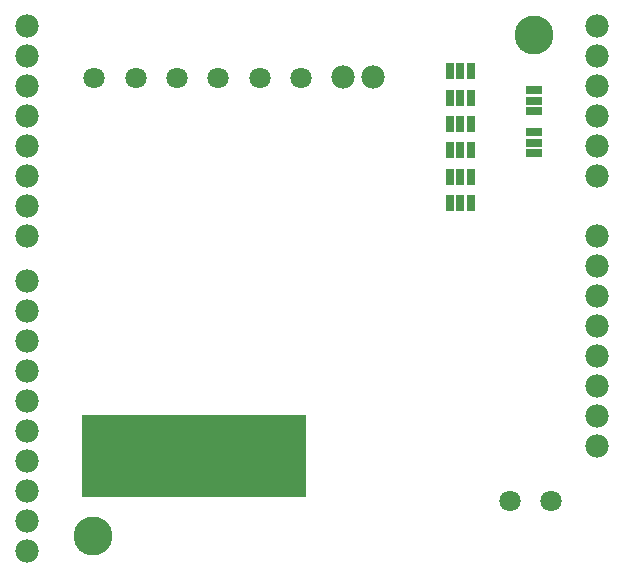
<source format=gbs>
G75*
G70*
%OFA0B0*%
%FSLAX24Y24*%
%IPPOS*%
%LPD*%
%AMOC8*
5,1,8,0,0,1.08239X$1,22.5*
%
%ADD10C,0.1300*%
%ADD11C,0.0780*%
%ADD12R,0.7480X0.2756*%
%ADD13C,0.0709*%
%ADD14R,0.0290X0.0540*%
%ADD15R,0.0540X0.0290*%
D10*
X009460Y005693D03*
X024160Y022393D03*
D11*
X007260Y005193D03*
X007260Y006193D03*
X007260Y007193D03*
X007260Y008193D03*
X007260Y009193D03*
X007260Y010193D03*
X007260Y011193D03*
X007260Y012193D03*
X007260Y013193D03*
X007260Y014193D03*
X007260Y015693D03*
X007260Y016693D03*
X007260Y017693D03*
X007260Y018693D03*
X007260Y019693D03*
X007260Y020693D03*
X007260Y021693D03*
X007260Y022693D03*
X017820Y020993D03*
X018820Y020993D03*
X026260Y020693D03*
X026260Y019693D03*
X026260Y018693D03*
X026260Y017693D03*
X026260Y015693D03*
X026260Y014693D03*
X026260Y013693D03*
X026260Y012693D03*
X026260Y011693D03*
X026260Y010693D03*
X026260Y009693D03*
X026260Y008693D03*
X026260Y021693D03*
X026260Y022693D03*
D12*
X012832Y008346D03*
D13*
X023371Y006833D03*
X024748Y006833D03*
X016404Y020954D03*
X015026Y020954D03*
X013648Y020954D03*
X012271Y020954D03*
X010893Y020954D03*
X009515Y020954D03*
D14*
X021370Y021173D03*
X021720Y021173D03*
X022070Y021173D03*
X022070Y020293D03*
X021720Y020293D03*
X021370Y020293D03*
X021370Y019413D03*
X021720Y019413D03*
X022070Y019413D03*
X022070Y018533D03*
X021720Y018533D03*
X021370Y018533D03*
X021370Y017653D03*
X021720Y017653D03*
X022070Y017653D03*
X022070Y016773D03*
X021720Y016773D03*
X021370Y016773D03*
D15*
X024160Y018443D03*
X024160Y018793D03*
X024160Y019143D03*
X024160Y019843D03*
X024160Y020193D03*
X024160Y020543D03*
M02*

</source>
